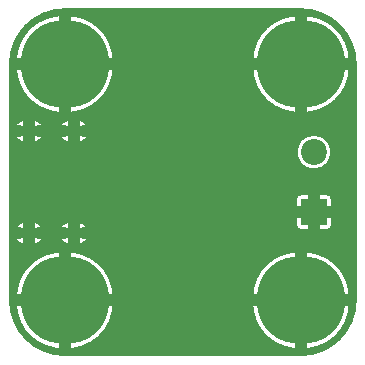
<source format=gbl>
G04 Layer: BottomLayer*
G04 EasyEDA Pro v2.2.37.3, 2025-03-15 19:37:20*
G04 Gerber Generator version 0.3*
G04 Scale: 100 percent, Rotated: No, Reflected: No*
G04 Dimensions in millimeters*
G04 Leading zeros omitted, absolute positions, 4 integers and 5 decimals*
%FSLAX45Y45*%
%MOMM*%
%ADD10C,0.2032*%
%ADD11C,1.0*%
%ADD12R,2.2X2.2*%
%ADD13C,2.2*%
%ADD14C,7.5*%
%ADD15O,1.7X1.1*%
%ADD16C,0.6122*%
%ADD17C,0.61*%
G75*


G04 Copper Start*
G36*
G01X35814Y2500000D02*
G01X37794Y2542830D01*
G01X43718Y2585294D01*
G01X53534Y2627031D01*
G01X67159Y2667683D01*
G01X84478Y2706906D01*
G01X105341Y2744363D01*
G01X129572Y2779735D01*
G01X156962Y2812720D01*
G01X187280Y2843038D01*
G01X220265Y2870429D01*
G01X255638Y2894659D01*
G01X293095Y2915522D01*
G01X332317Y2932841D01*
G01X372969Y2946466D01*
G01X414706Y2956282D01*
G01X457170Y2962206D01*
G01X500000Y2964186D01*
G01X2500000Y2964186D01*
G01X2542830Y2962206D01*
G01X2585294Y2956282D01*
G01X2627031Y2946466D01*
G01X2667683Y2932841D01*
G01X2706906Y2915522D01*
G01X2744363Y2894659D01*
G01X2779735Y2870429D01*
G01X2812720Y2843038D01*
G01X2843038Y2812720D01*
G01X2870429Y2779735D01*
G01X2894659Y2744363D01*
G01X2915522Y2706906D01*
G01X2932841Y2667683D01*
G01X2946466Y2627031D01*
G01X2956282Y2585294D01*
G01X2962206Y2542830D01*
G01X2964186Y2500000D01*
G01X2964186Y500000D01*
G01X2962206Y457170D01*
G01X2956282Y414706D01*
G01X2946466Y372969D01*
G01X2932841Y332317D01*
G01X2915522Y293095D01*
G01X2894659Y255638D01*
G01X2870429Y220265D01*
G01X2843038Y187280D01*
G01X2812720Y156962D01*
G01X2779735Y129572D01*
G01X2744363Y105341D01*
G01X2706906Y84478D01*
G01X2667683Y67159D01*
G01X2627031Y53534D01*
G01X2585294Y43718D01*
G01X2542830Y37794D01*
G01X2500000Y35814D01*
G01X500000Y35814D01*
G01X457170Y37794D01*
G01X414706Y43718D01*
G01X372969Y53534D01*
G01X332317Y67159D01*
G01X293095Y84478D01*
G01X255638Y105341D01*
G01X220265Y129572D01*
G01X187280Y156962D01*
G01X156962Y187280D01*
G01X129572Y220265D01*
G01X105341Y255638D01*
G01X84478Y293095D01*
G01X67159Y332317D01*
G01X53534Y372969D01*
G01X43718Y414706D01*
G01X37794Y457170D01*
G01X35814Y500000D01*
G01X35814Y500000D01*
G01X84586Y500000D01*
G01X86586Y459282D01*
G01X92568Y418957D01*
G01X102474Y379412D01*
G01X116208Y341028D01*
G01X133638Y304175D01*
G01X154596Y269208D01*
G01X178881Y236464D01*
G01X206258Y206258D01*
G01X236464Y178881D01*
G01X269208Y154596D01*
G01X304175Y133638D01*
G01X341028Y116208D01*
G01X379412Y102474D01*
G01X418957Y92568D01*
G01X459282Y86586D01*
G01X500000Y84586D01*
G01X540718Y86586D01*
G01X581043Y92568D01*
G01X620588Y102474D01*
G01X658972Y116208D01*
G01X695825Y133638D01*
G01X730792Y154596D01*
G01X763536Y178881D01*
G01X793742Y206258D01*
G01X821119Y236464D01*
G01X845404Y269208D01*
G01X866362Y304175D01*
G01X883792Y341028D01*
G01X897526Y379412D01*
G01X907432Y418957D01*
G01X913414Y459282D01*
G01X915414Y500000D01*
G01X2084586Y500000D01*
G01X2086586Y459282D01*
G01X2092568Y418957D01*
G01X2102474Y379412D01*
G01X2116208Y341028D01*
G01X2133638Y304175D01*
G01X2154596Y269208D01*
G01X2178881Y236464D01*
G01X2206258Y206258D01*
G01X2236464Y178881D01*
G01X2269208Y154596D01*
G01X2304175Y133638D01*
G01X2341028Y116208D01*
G01X2379412Y102474D01*
G01X2418957Y92568D01*
G01X2459282Y86586D01*
G01X2500000Y84586D01*
G01X2540718Y86586D01*
G01X2581043Y92568D01*
G01X2620588Y102474D01*
G01X2658972Y116208D01*
G01X2695825Y133638D01*
G01X2730792Y154596D01*
G01X2763536Y178881D01*
G01X2793742Y206258D01*
G01X2821119Y236464D01*
G01X2845404Y269208D01*
G01X2866362Y304175D01*
G01X2883793Y341028D01*
G01X2897526Y379412D01*
G01X2907432Y418957D01*
G01X2913414Y459282D01*
G01X2915414Y500000D01*
G01X2913414Y540718D01*
G01X2907432Y581043D01*
G01X2897526Y620588D01*
G01X2883793Y658972D01*
G01X2866362Y695825D01*
G01X2845404Y730792D01*
G01X2821119Y763536D01*
G01X2793742Y793742D01*
G01X2763536Y821119D01*
G01X2730792Y845404D01*
G01X2695825Y866362D01*
G01X2658972Y883792D01*
G01X2620588Y897526D01*
G01X2581043Y907432D01*
G01X2540718Y913414D01*
G01X2500000Y915414D01*
G01X2459282Y913414D01*
G01X2418957Y907432D01*
G01X2379412Y897526D01*
G01X2341028Y883792D01*
G01X2304175Y866362D01*
G01X2269208Y845404D01*
G01X2236464Y821119D01*
G01X2206258Y793742D01*
G01X2178881Y763536D01*
G01X2154596Y730792D01*
G01X2133638Y695825D01*
G01X2116208Y658972D01*
G01X2102474Y620588D01*
G01X2092568Y581043D01*
G01X2086586Y540718D01*
G01X2084586Y500000D01*
G01X2084586Y500000D01*
G01X915414Y500000D01*
G01X913414Y540718D01*
G01X907432Y581043D01*
G01X897526Y620588D01*
G01X883792Y658972D01*
G01X866362Y695825D01*
G01X845404Y730792D01*
G01X821119Y763536D01*
G01X793742Y793742D01*
G01X763536Y821119D01*
G01X730792Y845404D01*
G01X695825Y866362D01*
G01X658972Y883792D01*
G01X620588Y897526D01*
G01X581043Y907432D01*
G01X540718Y913414D01*
G01X500000Y915414D01*
G01X459282Y913414D01*
G01X418957Y907432D01*
G01X379412Y897526D01*
G01X341028Y883792D01*
G01X304175Y866362D01*
G01X269208Y845404D01*
G01X236464Y821119D01*
G01X206258Y793742D01*
G01X178881Y763536D01*
G01X154596Y730792D01*
G01X133638Y695825D01*
G01X116208Y658972D01*
G01X102474Y620588D01*
G01X92568Y581043D01*
G01X86586Y540718D01*
G01X84586Y500000D01*
G01X84586Y500000D01*
G01X35814Y500000D01*
G01X35814Y1068007D01*
G01X72084Y1068007D01*
G01X73917Y1049392D01*
G01X79347Y1031493D01*
G01X88164Y1014997D01*
G01X100030Y1000539D01*
G01X114489Y988673D01*
G01X130984Y979856D01*
G01X148883Y974426D01*
G01X167498Y972593D01*
G01X227498Y972593D01*
G01X246112Y974426D01*
G01X264011Y979856D01*
G01X280507Y988673D01*
G01X294965Y1000539D01*
G01X306831Y1014997D01*
G01X315649Y1031493D01*
G01X321078Y1049392D01*
G01X322911Y1068007D01*
G01X322911Y1068007D01*
G01X452093Y1068007D01*
G01X453927Y1049392D01*
G01X459356Y1031493D01*
G01X468173Y1014997D01*
G01X480039Y1000539D01*
G01X494498Y988673D01*
G01X510994Y979856D01*
G01X528893Y974426D01*
G01X547507Y972593D01*
G01X607507Y972593D01*
G01X626121Y974426D01*
G01X644020Y979856D01*
G01X660516Y988673D01*
G01X674975Y1000539D01*
G01X686841Y1014997D01*
G01X695658Y1031493D01*
G01X701088Y1049392D01*
G01X702921Y1068007D01*
G01X701088Y1086621D01*
G01X695658Y1104520D01*
G01X686841Y1121016D01*
G01X674975Y1135474D01*
G01X660516Y1147340D01*
G01X644020Y1156157D01*
G01X626121Y1161587D01*
G01X607507Y1163420D01*
G01X607507Y1163420D01*
G01X547507Y1163420D01*
G01X528893Y1161587D01*
G01X510994Y1156157D01*
G01X494498Y1147340D01*
G01X480039Y1135474D01*
G01X468173Y1121016D01*
G01X459356Y1104520D01*
G01X453927Y1086621D01*
G01X452093Y1068007D01*
G01X322911Y1068007D01*
G01X321078Y1086621D01*
G01X315649Y1104520D01*
G01X306831Y1121016D01*
G01X294965Y1135474D01*
G01X280507Y1147340D01*
G01X264011Y1156157D01*
G01X246112Y1161587D01*
G01X227498Y1163420D01*
G01X227498Y1163420D01*
G01X167498Y1163420D01*
G01X148883Y1161587D01*
G01X130984Y1156157D01*
G01X114489Y1147340D01*
G01X100030Y1135474D01*
G01X88164Y1121016D01*
G01X79347Y1104520D01*
G01X73917Y1086621D01*
G01X72084Y1068007D01*
G01X35814Y1068007D01*
G01X35814Y1356000D01*
G01X2459586Y1356000D01*
G01X2459586Y1136000D01*
G01X2461564Y1123512D01*
G01X2467305Y1112246D01*
G01X2476246Y1103305D01*
G01X2487512Y1097564D01*
G01X2500000Y1095586D01*
G01X2720000Y1095586D01*
G01X2732488Y1097564D01*
G01X2743755Y1103305D01*
G01X2752695Y1112246D01*
G01X2758436Y1123512D01*
G01X2760414Y1136000D01*
G01X2760414Y1356000D01*
G01X2760414Y1356000D01*
G01X2758436Y1368488D01*
G01X2752695Y1379755D01*
G01X2743755Y1388695D01*
G01X2732488Y1394436D01*
G01X2720000Y1396414D01*
G01X2500000Y1396414D01*
G01X2487512Y1394436D01*
G01X2476246Y1388695D01*
G01X2467305Y1379755D01*
G01X2461564Y1368488D01*
G01X2459586Y1356000D01*
G01X35814Y1356000D01*
G01X35814Y1766041D01*
G01X2464684Y1766041D01*
G01X2464684Y1741959D01*
G01X2468648Y1718205D01*
G01X2476468Y1695427D01*
G01X2487930Y1674247D01*
G01X2502721Y1655243D01*
G01X2520439Y1638932D01*
G01X2540600Y1625761D01*
G01X2562654Y1616087D01*
G01X2586000Y1610175D01*
G01X2610000Y1608186D01*
G01X2610000Y1608186D01*
G01X2634000Y1610175D01*
G01X2657346Y1616087D01*
G01X2679400Y1625761D01*
G01X2699561Y1638932D01*
G01X2717279Y1655243D01*
G01X2732071Y1674247D01*
G01X2743532Y1695427D01*
G01X2751352Y1718205D01*
G01X2755316Y1741959D01*
G01X2755316Y1766041D01*
G01X2751352Y1789795D01*
G01X2743532Y1812573D01*
G01X2732071Y1833753D01*
G01X2717279Y1852757D01*
G01X2699561Y1869068D01*
G01X2679400Y1882239D01*
G01X2657346Y1891913D01*
G01X2634000Y1897825D01*
G01X2610000Y1899814D01*
G01X2586000Y1897825D01*
G01X2562654Y1891913D01*
G01X2540600Y1882239D01*
G01X2520439Y1869068D01*
G01X2502721Y1852757D01*
G01X2487930Y1833753D01*
G01X2476468Y1812573D01*
G01X2468648Y1789795D01*
G01X2464684Y1766041D01*
G01X35814Y1766041D01*
G01X35814Y1931988D01*
G01X72084Y1931988D01*
G01X73917Y1913373D01*
G01X79347Y1895474D01*
G01X88164Y1878978D01*
G01X100030Y1864520D01*
G01X114489Y1852654D01*
G01X130984Y1843837D01*
G01X148883Y1838407D01*
G01X167498Y1836574D01*
G01X227498Y1836574D01*
G01X246112Y1838407D01*
G01X264011Y1843837D01*
G01X280507Y1852654D01*
G01X294965Y1864520D01*
G01X306831Y1878978D01*
G01X315649Y1895474D01*
G01X321078Y1913373D01*
G01X322911Y1931988D01*
G01X322911Y1931988D01*
G01X452093Y1931988D01*
G01X453927Y1913373D01*
G01X459356Y1895474D01*
G01X468173Y1878978D01*
G01X480039Y1864520D01*
G01X494498Y1852654D01*
G01X510994Y1843837D01*
G01X528893Y1838407D01*
G01X547507Y1836574D01*
G01X607507Y1836574D01*
G01X626121Y1838407D01*
G01X644020Y1843837D01*
G01X660516Y1852654D01*
G01X674975Y1864520D01*
G01X686841Y1878978D01*
G01X695658Y1895474D01*
G01X701088Y1913373D01*
G01X702921Y1931988D01*
G01X701088Y1950602D01*
G01X695658Y1968501D01*
G01X686841Y1984997D01*
G01X674975Y1999455D01*
G01X660516Y2011321D01*
G01X644020Y2020138D01*
G01X626121Y2025568D01*
G01X607507Y2027401D01*
G01X607507Y2027401D01*
G01X547507Y2027401D01*
G01X528893Y2025568D01*
G01X510994Y2020138D01*
G01X494498Y2011321D01*
G01X480039Y1999455D01*
G01X468173Y1984997D01*
G01X459356Y1968501D01*
G01X453927Y1950602D01*
G01X452093Y1931988D01*
G01X322911Y1931988D01*
G01X321078Y1950602D01*
G01X315649Y1968501D01*
G01X306831Y1984997D01*
G01X294965Y1999455D01*
G01X280507Y2011321D01*
G01X264011Y2020138D01*
G01X246112Y2025568D01*
G01X227498Y2027401D01*
G01X227498Y2027401D01*
G01X167498Y2027401D01*
G01X148883Y2025568D01*
G01X130984Y2020138D01*
G01X114489Y2011321D01*
G01X100030Y1999455D01*
G01X88164Y1984997D01*
G01X79347Y1968501D01*
G01X73917Y1950602D01*
G01X72084Y1931988D01*
G01X35814Y1931988D01*
G01X35814Y2500000D01*
G01X84586Y2500000D01*
G01X86586Y2459282D01*
G01X92568Y2418957D01*
G01X102474Y2379412D01*
G01X116208Y2341028D01*
G01X133638Y2304175D01*
G01X154596Y2269208D01*
G01X178881Y2236464D01*
G01X206258Y2206258D01*
G01X236464Y2178881D01*
G01X269208Y2154596D01*
G01X304175Y2133638D01*
G01X341028Y2116208D01*
G01X379412Y2102474D01*
G01X418957Y2092568D01*
G01X459282Y2086586D01*
G01X500000Y2084586D01*
G01X540718Y2086586D01*
G01X581043Y2092568D01*
G01X620588Y2102474D01*
G01X658972Y2116208D01*
G01X695825Y2133638D01*
G01X730792Y2154596D01*
G01X763536Y2178881D01*
G01X793742Y2206258D01*
G01X821119Y2236464D01*
G01X845404Y2269208D01*
G01X866362Y2304175D01*
G01X883792Y2341028D01*
G01X897526Y2379412D01*
G01X907432Y2418957D01*
G01X913414Y2459282D01*
G01X915414Y2500000D01*
G01X2084586Y2500000D01*
G01X2086586Y2459282D01*
G01X2092568Y2418957D01*
G01X2102474Y2379412D01*
G01X2116208Y2341028D01*
G01X2133638Y2304175D01*
G01X2154596Y2269208D01*
G01X2178881Y2236464D01*
G01X2206258Y2206258D01*
G01X2236464Y2178881D01*
G01X2269208Y2154596D01*
G01X2304175Y2133638D01*
G01X2341028Y2116208D01*
G01X2379412Y2102474D01*
G01X2418957Y2092568D01*
G01X2459282Y2086586D01*
G01X2500000Y2084586D01*
G01X2540718Y2086586D01*
G01X2581043Y2092568D01*
G01X2620588Y2102474D01*
G01X2658972Y2116208D01*
G01X2695825Y2133638D01*
G01X2730792Y2154596D01*
G01X2763536Y2178881D01*
G01X2793742Y2206258D01*
G01X2821119Y2236464D01*
G01X2845404Y2269208D01*
G01X2866362Y2304175D01*
G01X2883793Y2341028D01*
G01X2897526Y2379412D01*
G01X2907432Y2418957D01*
G01X2913414Y2459282D01*
G01X2915414Y2500000D01*
G01X2913414Y2540718D01*
G01X2907432Y2581043D01*
G01X2897526Y2620588D01*
G01X2883793Y2658972D01*
G01X2866362Y2695825D01*
G01X2845404Y2730792D01*
G01X2821119Y2763536D01*
G01X2793742Y2793742D01*
G01X2763536Y2821119D01*
G01X2730792Y2845404D01*
G01X2695825Y2866362D01*
G01X2658972Y2883793D01*
G01X2620588Y2897526D01*
G01X2581043Y2907432D01*
G01X2540718Y2913414D01*
G01X2500000Y2915414D01*
G01X2459282Y2913414D01*
G01X2418957Y2907432D01*
G01X2379412Y2897526D01*
G01X2341028Y2883793D01*
G01X2304175Y2866362D01*
G01X2269208Y2845404D01*
G01X2236464Y2821119D01*
G01X2206258Y2793742D01*
G01X2178881Y2763536D01*
G01X2154596Y2730792D01*
G01X2133638Y2695825D01*
G01X2116208Y2658972D01*
G01X2102474Y2620588D01*
G01X2092568Y2581043D01*
G01X2086586Y2540718D01*
G01X2084586Y2500000D01*
G01X2084586Y2500000D01*
G01X915414Y2500000D01*
G01X913414Y2540718D01*
G01X907432Y2581043D01*
G01X897526Y2620588D01*
G01X883792Y2658972D01*
G01X866362Y2695825D01*
G01X845404Y2730792D01*
G01X821119Y2763536D01*
G01X793742Y2793742D01*
G01X763536Y2821119D01*
G01X730792Y2845404D01*
G01X695825Y2866362D01*
G01X658972Y2883793D01*
G01X620588Y2897526D01*
G01X581043Y2907432D01*
G01X540718Y2913414D01*
G01X500000Y2915414D01*
G01X459282Y2913414D01*
G01X418957Y2907432D01*
G01X379412Y2897526D01*
G01X341028Y2883793D01*
G01X304175Y2866362D01*
G01X269208Y2845404D01*
G01X236464Y2821119D01*
G01X206258Y2793742D01*
G01X178881Y2763536D01*
G01X154596Y2730792D01*
G01X133638Y2695825D01*
G01X116208Y2658972D01*
G01X102474Y2620588D01*
G01X92568Y2581043D01*
G01X86586Y2540718D01*
G01X84586Y2500000D01*
G01X84586Y2500000D01*
G01X35814Y2500000D01*
G37*
G54D10*
G01X35814Y2500000D02*
G02X500000Y2964186I464186J0D01*
G01X2500000Y2964186D01*
G02X2964186Y2500000I0J-464186D01*
G01X2964186Y500000D01*
G02X2500000Y35814I-464186J0D01*
G01X500000Y35814D01*
G02X35814Y500000I0J464186D01*
G01X35814Y2500000D01*
G01X227498Y1163420D02*
G01X167498Y1163420D01*
G03X167498Y972593I0J-95414D01*
G01X227498Y972593D01*
G03X227498Y1163420I0J95414D01*
G01X227498Y2027401D02*
G01X167498Y2027401D01*
G03X167498Y1836574I0J-95414D01*
G01X227498Y1836574D01*
G03X227498Y2027401I0J95414D01*
G01X84586Y2500000D02*
G03X915414Y2500000I415414J0D01*
G03X84586Y2500000I-415414J0D01*
G01X84586Y500000D02*
G03X915414Y500000I415414J0D01*
G03X84586Y500000I-415414J0D01*
G01X607507Y1163420D02*
G01X547507Y1163420D01*
G03X547507Y972593I0J-95414D01*
G01X607507Y972593D01*
G03X607507Y1163420I0J95414D01*
G01X607507Y2027401D02*
G01X547507Y2027401D01*
G03X547507Y1836574I0J-95414D01*
G01X607507Y1836574D01*
G03X607507Y2027401I0J95414D01*
G01X2084586Y2500000D02*
G03X2915414Y2500000I415414J0D01*
G03X2084586Y2500000I-415414J0D01*
G01X2084586Y500000D02*
G03X2915414Y500000I415414J0D01*
G03X2084586Y500000I-415414J0D01*
G01X2760414Y1356000D02*
G03X2720000Y1396414I-40414J0D01*
G01X2500000Y1396414D01*
G03X2459586Y1356000I0J-40414D01*
G01X2459586Y1136000D01*
G03X2500000Y1095586I40414J0D01*
G01X2720000Y1095586D01*
G03X2760414Y1136000I0J40414D01*
G01X2760414Y1356000D01*
G01X2610000Y1608186D02*
G03X2610000Y1899814I0J145814D01*
G03X2610000Y1608186I0J-145814D01*
G54D11*
G01X197498Y1122752D02*
G01X197498Y1153260D01*
G01X197498Y1013261D02*
G01X197498Y982753D01*
G01X282244Y1068007D02*
G01X312751Y1068007D01*
G01X112752Y1068007D02*
G01X82244Y1068007D01*
G01X197498Y1986733D02*
G01X197498Y2017241D01*
G01X197498Y1877242D02*
G01X197498Y1846734D01*
G01X282244Y1931988D02*
G01X312751Y1931988D01*
G01X112752Y1931988D02*
G01X82244Y1931988D01*
G01X125254Y2500000D02*
G01X94746Y2500000D01*
G01X874746Y2500000D02*
G01X905254Y2500000D01*
G01X500000Y2874746D02*
G01X500000Y2905254D01*
G01X500000Y2125254D02*
G01X500000Y2094746D01*
G01X125254Y500000D02*
G01X94746Y500000D01*
G01X874746Y500000D02*
G01X905254Y500000D01*
G01X500000Y874746D02*
G01X500000Y905254D01*
G01X500000Y125254D02*
G01X500000Y94746D01*
G01X577507Y1122752D02*
G01X577507Y1153260D01*
G01X577507Y1013261D02*
G01X577507Y982753D01*
G01X662253Y1068007D02*
G01X692761Y1068007D01*
G01X492761Y1068007D02*
G01X462253Y1068007D01*
G01X577507Y1986733D02*
G01X577507Y2017241D01*
G01X577507Y1877242D02*
G01X577507Y1846734D01*
G01X662253Y1931988D02*
G01X692761Y1931988D01*
G01X492761Y1931988D02*
G01X462253Y1931988D01*
G01X2125254Y2500000D02*
G01X2094746Y2500000D01*
G01X2874746Y2500000D02*
G01X2905254Y2500000D01*
G01X2500000Y2874746D02*
G01X2500000Y2905254D01*
G01X2500000Y2125254D02*
G01X2500000Y2094746D01*
G01X2125254Y500000D02*
G01X2094746Y500000D01*
G01X2874746Y500000D02*
G01X2905254Y500000D01*
G01X2500000Y874746D02*
G01X2500000Y905254D01*
G01X2500000Y125254D02*
G01X2500000Y94746D01*
G01X2610000Y1136254D02*
G01X2610000Y1105746D01*
G01X2610000Y1355746D02*
G01X2610000Y1386254D01*
G01X2500254Y1246000D02*
G01X2469746Y1246000D01*
G01X2719746Y1246000D02*
G01X2750254Y1246000D01*
G04 Copper End*

G04 Pad Start*
G54D12*
G01X2610000Y1246000D03*
G54D13*
G01X2610000Y1754000D03*
G54D14*
G01X500000Y500000D03*
G01X2500000Y500000D03*
G01X2500000Y2500000D03*
G01X500000Y2500000D03*
G54D15*
G01X197498Y1068007D03*
G01X197498Y1931988D03*
G01X577507Y1068007D03*
G01X577507Y1931988D03*
G04 Pad End*

G04 Via Start*
G54D17*
G01X1249998Y1800001D03*
G01X1266359Y1190000D03*
G01X1448604Y1729330D03*
G01X2050003Y1270882D03*
G01X440004Y1299997D03*
G01X499999Y1230008D03*
G01X440004Y1709992D03*
G01X499999Y1769986D03*
G01X1259997Y1599997D03*
G01X1259997Y1399997D03*
G04 Via End*

M02*


</source>
